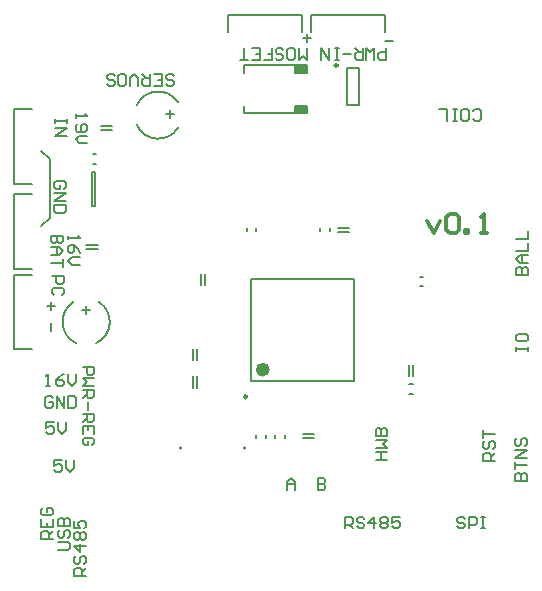
<source format=gto>
G04 Layer_Color=65535*
%FSLAX24Y24*%
%MOIN*%
G70*
G01*
G75*
%ADD26C,0.0118*%
%ADD29C,0.0236*%
%ADD49C,0.0098*%
%ADD50C,0.0079*%
%ADD51C,0.0050*%
G36*
X9958Y16208D02*
X9558D01*
Y16458D01*
X9958D01*
Y16208D01*
D02*
G37*
G36*
Y17558D02*
X9558D01*
Y17808D01*
X9958D01*
Y17558D01*
D02*
G37*
D26*
X13976Y12625D02*
X14186Y12205D01*
X14396Y12625D01*
X14606Y12729D02*
X14711Y12834D01*
X14921D01*
X15026Y12729D01*
Y12310D01*
X14921Y12205D01*
X14711D01*
X14606Y12310D01*
Y12729D01*
X15236Y12205D02*
Y12310D01*
X15341D01*
Y12205D01*
X15236D01*
X15761D02*
X15970D01*
X15866D01*
Y12834D01*
X15761Y12729D01*
D29*
X8602Y7657D02*
G03*
X8602Y7657I-118J0D01*
G01*
D49*
X10984Y17795D02*
G03*
X10984Y17795I-49J0D01*
G01*
X7953Y6752D02*
G03*
X7953Y6752I-49J0D01*
G01*
D50*
X7913Y5039D02*
G03*
X7913Y5039I-39J0D01*
G01*
X5787D02*
G03*
X5787Y5039I-39J0D01*
G01*
X5664Y16565D02*
G03*
X4284Y16469I-664J-423D01*
G01*
Y15814D02*
G03*
X5664Y15718I716J327D01*
G01*
X2175Y9916D02*
G03*
X2271Y8536I423J-664D01*
G01*
X2926D02*
G03*
X3022Y9916I-327J716D01*
G01*
X9803Y18898D02*
Y19488D01*
X7323D02*
X9803D01*
X7323Y18898D02*
Y19488D01*
X12559Y18898D02*
Y19488D01*
X10079D02*
X12559D01*
X10079Y18898D02*
Y19488D01*
X197Y16339D02*
X787D01*
X197Y13858D02*
Y16339D01*
Y13858D02*
X787D01*
X197Y13504D02*
X787D01*
X197Y11024D02*
Y13504D01*
Y11024D02*
X787D01*
X197Y8346D02*
X787D01*
X197D02*
Y10827D01*
X787D01*
X1102Y12441D02*
X1378Y12717D01*
Y14685D01*
X1102Y14961D02*
X1378Y14685D01*
X11693Y16476D02*
Y17697D01*
X11299Y16476D02*
Y17697D01*
Y16476D02*
X11693D01*
X11299Y17697D02*
X11693D01*
X8091Y7264D02*
X11516D01*
Y10689D01*
X8091Y7264D02*
Y10689D01*
X11516D01*
X2880Y13120D02*
Y14242D01*
X2781Y13120D02*
X2880D01*
X2781Y14242D02*
X2880D01*
X2781Y13120D02*
Y14242D01*
X10315Y4055D02*
Y3661D01*
X10512D01*
X10577Y3727D01*
Y3793D01*
X10512Y3858D01*
X10315D01*
X10512D01*
X10577Y3924D01*
Y3989D01*
X10512Y4055D01*
X10315D01*
X9291Y3661D02*
Y3924D01*
X9423Y4055D01*
X9554Y3924D01*
Y3661D01*
Y3858D01*
X9291D01*
X1798Y4646D02*
X1535D01*
Y4449D01*
X1667Y4514D01*
X1732D01*
X1798Y4449D01*
Y4318D01*
X1732Y4252D01*
X1601D01*
X1535Y4318D01*
X1929Y4646D02*
Y4383D01*
X2060Y4252D01*
X2191Y4383D01*
Y4646D01*
X2598Y787D02*
X2205D01*
Y984D01*
X2270Y1050D01*
X2402D01*
X2467Y984D01*
Y787D01*
Y919D02*
X2598Y1050D01*
X2270Y1443D02*
X2205Y1378D01*
Y1247D01*
X2270Y1181D01*
X2336D01*
X2402Y1247D01*
Y1378D01*
X2467Y1443D01*
X2533D01*
X2598Y1378D01*
Y1247D01*
X2533Y1181D01*
X2598Y1771D02*
X2205D01*
X2402Y1575D01*
Y1837D01*
X2270Y1968D02*
X2205Y2034D01*
Y2165D01*
X2270Y2231D01*
X2336D01*
X2402Y2165D01*
X2467Y2231D01*
X2533D01*
X2598Y2165D01*
Y2034D01*
X2533Y1968D01*
X2467D01*
X2402Y2034D01*
X2336Y1968D01*
X2270D01*
X2402Y2034D02*
Y2165D01*
X2205Y2624D02*
Y2362D01*
X2402D01*
X2336Y2493D01*
Y2558D01*
X2402Y2624D01*
X2533D01*
X2598Y2558D01*
Y2427D01*
X2533Y2362D01*
X1654Y1654D02*
X1982D01*
X2047Y1719D01*
Y1850D01*
X1982Y1916D01*
X1654D01*
X1719Y2309D02*
X1654Y2244D01*
Y2113D01*
X1719Y2047D01*
X1785D01*
X1850Y2113D01*
Y2244D01*
X1916Y2309D01*
X1982D01*
X2047Y2244D01*
Y2113D01*
X1982Y2047D01*
X1654Y2441D02*
X2047D01*
Y2637D01*
X1982Y2703D01*
X1916D01*
X1850Y2637D01*
Y2441D01*
Y2637D01*
X1785Y2703D01*
X1719D01*
X1654Y2637D01*
Y2441D01*
X1496Y2008D02*
X1102D01*
Y2205D01*
X1168Y2270D01*
X1299D01*
X1365Y2205D01*
Y2008D01*
Y2139D02*
X1496Y2270D01*
X1102Y2664D02*
Y2401D01*
X1496D01*
Y2664D01*
X1299Y2401D02*
Y2533D01*
X1168Y3057D02*
X1102Y2992D01*
Y2861D01*
X1168Y2795D01*
X1430D01*
X1496Y2861D01*
Y2992D01*
X1430Y3057D01*
X1299D01*
Y2926D01*
X16220Y4606D02*
X15827D01*
Y4803D01*
X15892Y4869D01*
X16024D01*
X16089Y4803D01*
Y4606D01*
Y4737D02*
X16220Y4869D01*
X15892Y5262D02*
X15827Y5197D01*
Y5065D01*
X15892Y5000D01*
X15958D01*
X16024Y5065D01*
Y5197D01*
X16089Y5262D01*
X16155D01*
X16220Y5197D01*
Y5065D01*
X16155Y5000D01*
X15827Y5393D02*
Y5656D01*
Y5525D01*
X16220D01*
X12244Y4646D02*
X12638D01*
X12441D01*
Y4908D01*
X12244D01*
X12638D01*
X12244Y5039D02*
X12638D01*
X12507Y5170D01*
X12638Y5302D01*
X12244D01*
Y5433D02*
X12638D01*
Y5630D01*
X12572Y5695D01*
X12507D01*
X12441Y5630D01*
Y5433D01*
Y5630D01*
X12375Y5695D01*
X12310D01*
X12244Y5630D01*
Y5433D01*
X12598Y18386D02*
Y17992D01*
X12402D01*
X12336Y18058D01*
Y18189D01*
X12402Y18255D01*
X12598D01*
X12205Y17992D02*
Y18386D01*
X12074Y18255D01*
X11942Y18386D01*
Y17992D01*
X11811Y18386D02*
Y17992D01*
X11614D01*
X11549Y18058D01*
Y18189D01*
X11614Y18255D01*
X11811D01*
X11680D02*
X11549Y18386D01*
X11418Y18189D02*
X11155D01*
X11024Y17992D02*
X10893D01*
X10959D01*
Y18386D01*
X11024D01*
X10893D01*
X10696D02*
Y17992D01*
X10434Y18386D01*
Y17992D01*
X1417Y9921D02*
Y9659D01*
X1548Y9790D02*
X1286D01*
X1417Y9213D02*
Y8950D01*
X1260Y7126D02*
X1391D01*
X1325D01*
Y7520D01*
X1260Y7454D01*
X1850Y7520D02*
X1719Y7454D01*
X1588Y7323D01*
Y7192D01*
X1653Y7126D01*
X1785D01*
X1850Y7192D01*
Y7257D01*
X1785Y7323D01*
X1588D01*
X1981Y7520D02*
Y7257D01*
X2113Y7126D01*
X2244Y7257D01*
Y7520D01*
X1522Y5905D02*
X1260D01*
Y5709D01*
X1391Y5774D01*
X1457D01*
X1522Y5709D01*
Y5577D01*
X1457Y5512D01*
X1325D01*
X1260Y5577D01*
X1653Y5905D02*
Y5643D01*
X1785Y5512D01*
X1916Y5643D01*
Y5905D01*
X1483Y6706D02*
X1417Y6772D01*
X1286D01*
X1220Y6706D01*
Y6444D01*
X1286Y6378D01*
X1417D01*
X1483Y6444D01*
Y6575D01*
X1352D01*
X1614Y6378D02*
Y6772D01*
X1876Y6378D01*
Y6772D01*
X2008D02*
Y6378D01*
X2204D01*
X2270Y6444D01*
Y6706D01*
X2204Y6772D01*
X2008D01*
X2480Y7756D02*
X2874D01*
Y7559D01*
X2808Y7494D01*
X2677D01*
X2612Y7559D01*
Y7756D01*
X2874Y7362D02*
X2480D01*
X2612Y7231D01*
X2480Y7100D01*
X2874D01*
X2480Y6969D02*
X2874D01*
Y6772D01*
X2808Y6706D01*
X2677D01*
X2612Y6772D01*
Y6969D01*
Y6838D02*
X2480Y6706D01*
X2677Y6575D02*
Y6313D01*
X2480Y6182D02*
X2874D01*
Y5985D01*
X2808Y5919D01*
X2677D01*
X2612Y5985D01*
Y6182D01*
Y6050D02*
X2480Y5919D01*
X2874Y5526D02*
Y5788D01*
X2480D01*
Y5526D01*
X2677Y5788D02*
Y5657D01*
X2808Y5132D02*
X2874Y5198D01*
Y5329D01*
X2808Y5394D01*
X2546D01*
X2480Y5329D01*
Y5198D01*
X2546Y5132D01*
X2677D01*
Y5263D01*
X1968Y16024D02*
Y15892D01*
Y15958D01*
X1575D01*
Y16024D01*
Y15892D01*
Y15696D02*
X1968D01*
X1575Y15433D01*
X1968D01*
X5394Y16299D02*
Y16037D01*
X5525Y16168D02*
X5262D01*
X2598Y9764D02*
Y9501D01*
X2730Y9633D02*
X2467D01*
X1457Y10787D02*
X1850D01*
Y10591D01*
X1785Y10525D01*
X1653D01*
X1588Y10591D01*
Y10787D01*
X1785Y10131D02*
X1850Y10197D01*
Y10328D01*
X1785Y10394D01*
X1522D01*
X1457Y10328D01*
Y10197D01*
X1522Y10131D01*
X1811Y12126D02*
X1417D01*
Y11929D01*
X1483Y11864D01*
X1549D01*
X1614Y11929D01*
Y12126D01*
Y11929D01*
X1680Y11864D01*
X1745D01*
X1811Y11929D01*
Y12126D01*
X1417Y11732D02*
X1680D01*
X1811Y11601D01*
X1680Y11470D01*
X1417D01*
X1614D01*
Y11732D01*
X1811Y11339D02*
Y11076D01*
Y11208D01*
X1417D01*
X2008Y12126D02*
Y11995D01*
Y12060D01*
X2401D01*
X2336Y12126D01*
X2401Y11536D02*
X2336Y11667D01*
X2205Y11798D01*
X2073D01*
X2008Y11732D01*
Y11601D01*
X2073Y11536D01*
X2139D01*
X2205Y11601D01*
Y11798D01*
X2401Y11404D02*
X2139D01*
X2008Y11273D01*
X2139Y11142D01*
X2401D01*
X1863Y13675D02*
X1929Y13740D01*
Y13871D01*
X1863Y13937D01*
X1601D01*
X1535Y13871D01*
Y13740D01*
X1601Y13675D01*
X1732D01*
Y13806D01*
X1535Y13543D02*
X1929D01*
X1535Y13281D01*
X1929D01*
Y13150D02*
X1535D01*
Y12953D01*
X1601Y12887D01*
X1863D01*
X1929Y12953D01*
Y13150D01*
X2244Y16181D02*
Y16050D01*
Y16116D01*
X2638D01*
X2572Y16181D01*
X2310Y15853D02*
X2244Y15788D01*
Y15656D01*
X2310Y15591D01*
X2572D01*
X2638Y15656D01*
Y15788D01*
X2572Y15853D01*
X2506D01*
X2441Y15788D01*
Y15591D01*
X2638Y15460D02*
X2375D01*
X2244Y15328D01*
X2375Y15197D01*
X2638D01*
X5249Y17192D02*
X5315Y17126D01*
X5446D01*
X5512Y17192D01*
Y17257D01*
X5446Y17323D01*
X5315D01*
X5249Y17388D01*
Y17454D01*
X5315Y17520D01*
X5446D01*
X5512Y17454D01*
X4856Y17126D02*
X5118D01*
Y17520D01*
X4856D01*
X5118Y17323D02*
X4987D01*
X4725Y17520D02*
Y17126D01*
X4528D01*
X4462Y17192D01*
Y17323D01*
X4528Y17388D01*
X4725D01*
X4593D02*
X4462Y17520D01*
X4331Y17126D02*
Y17388D01*
X4200Y17520D01*
X4069Y17388D01*
Y17126D01*
X3741D02*
X3872D01*
X3938Y17192D01*
Y17454D01*
X3872Y17520D01*
X3741D01*
X3675Y17454D01*
Y17192D01*
X3741Y17126D01*
X3282Y17192D02*
X3347Y17126D01*
X3478D01*
X3544Y17192D01*
Y17257D01*
X3478Y17323D01*
X3347D01*
X3282Y17388D01*
Y17454D01*
X3347Y17520D01*
X3478D01*
X3544Y17454D01*
X12835Y18622D02*
X12572D01*
X10079Y18701D02*
X9816D01*
X9948Y18570D02*
Y18832D01*
X9961Y18386D02*
Y17992D01*
X9829Y18123D01*
X9698Y17992D01*
Y18386D01*
X9370Y17992D02*
X9501D01*
X9567Y18058D01*
Y18320D01*
X9501Y18386D01*
X9370D01*
X9305Y18320D01*
Y18058D01*
X9370Y17992D01*
X8911Y18058D02*
X8977Y17992D01*
X9108D01*
X9173Y18058D01*
Y18123D01*
X9108Y18189D01*
X8977D01*
X8911Y18255D01*
Y18320D01*
X8977Y18386D01*
X9108D01*
X9173Y18320D01*
X8518Y17992D02*
X8780D01*
Y18189D01*
X8649D01*
X8780D01*
Y18386D01*
X8124Y17992D02*
X8386D01*
Y18386D01*
X8124D01*
X8386Y18189D02*
X8255D01*
X7993Y17992D02*
X7730D01*
X7862D01*
Y18386D01*
X15486Y16011D02*
X15551Y15945D01*
X15682D01*
X15748Y16011D01*
Y16273D01*
X15682Y16339D01*
X15551D01*
X15486Y16273D01*
X15158Y15945D02*
X15289D01*
X15354Y16011D01*
Y16273D01*
X15289Y16339D01*
X15158D01*
X15092Y16273D01*
Y16011D01*
X15158Y15945D01*
X14961D02*
X14830D01*
X14895D01*
Y16339D01*
X14961D01*
X14830D01*
X14633Y15945D02*
Y16339D01*
X14371D01*
X16929Y10827D02*
X17323D01*
Y11024D01*
X17257Y11089D01*
X17192D01*
X17126Y11024D01*
Y10827D01*
Y11024D01*
X17060Y11089D01*
X16995D01*
X16929Y11024D01*
Y10827D01*
X17323Y11220D02*
X17060D01*
X16929Y11352D01*
X17060Y11483D01*
X17323D01*
X17126D01*
Y11220D01*
X16929Y11614D02*
X17323D01*
Y11876D01*
X16929Y12007D02*
X17323D01*
Y12270D01*
X16929Y8268D02*
Y8399D01*
Y8333D01*
X17323D01*
Y8268D01*
Y8399D01*
X16929Y8792D02*
Y8661D01*
X16995Y8596D01*
X17257D01*
X17323Y8661D01*
Y8792D01*
X17257Y8858D01*
X16995D01*
X16929Y8792D01*
X16890Y3937D02*
X17283D01*
Y4134D01*
X17218Y4199D01*
X17152D01*
X17087Y4134D01*
Y3937D01*
Y4134D01*
X17021Y4199D01*
X16955D01*
X16890Y4134D01*
Y3937D01*
Y4331D02*
Y4593D01*
Y4462D01*
X17283D01*
Y4724D02*
X16890D01*
X17283Y4987D01*
X16890D01*
X16955Y5380D02*
X16890Y5315D01*
Y5183D01*
X16955Y5118D01*
X17021D01*
X17087Y5183D01*
Y5315D01*
X17152Y5380D01*
X17218D01*
X17283Y5315D01*
Y5183D01*
X17218Y5118D01*
X15223Y2690D02*
X15157Y2756D01*
X15026D01*
X14961Y2690D01*
Y2625D01*
X15026Y2559D01*
X15157D01*
X15223Y2493D01*
Y2428D01*
X15157Y2362D01*
X15026D01*
X14961Y2428D01*
X15354Y2362D02*
Y2756D01*
X15551D01*
X15617Y2690D01*
Y2559D01*
X15551Y2493D01*
X15354D01*
X15748Y2756D02*
X15879D01*
X15813D01*
Y2362D01*
X15748D01*
X15879D01*
X11220D02*
Y2756D01*
X11417D01*
X11483Y2690D01*
Y2559D01*
X11417Y2493D01*
X11220D01*
X11352D02*
X11483Y2362D01*
X11876Y2690D02*
X11811Y2756D01*
X11680D01*
X11614Y2690D01*
Y2625D01*
X11680Y2559D01*
X11811D01*
X11876Y2493D01*
Y2428D01*
X11811Y2362D01*
X11680D01*
X11614Y2428D01*
X12204Y2362D02*
Y2756D01*
X12008Y2559D01*
X12270D01*
X12401Y2690D02*
X12467Y2756D01*
X12598D01*
X12664Y2690D01*
Y2625D01*
X12598Y2559D01*
X12664Y2493D01*
Y2428D01*
X12598Y2362D01*
X12467D01*
X12401Y2428D01*
Y2493D01*
X12467Y2559D01*
X12401Y2625D01*
Y2690D01*
X12467Y2559D02*
X12598D01*
X13057Y2756D02*
X12795D01*
Y2559D01*
X12926Y2625D01*
X12992D01*
X13057Y2559D01*
Y2428D01*
X12992Y2362D01*
X12860D01*
X12795Y2428D01*
D51*
X7858Y17808D02*
X9558D01*
X7858Y17558D02*
Y17808D01*
X9558D02*
X9958D01*
X9558Y17558D02*
X9958D01*
X9558D02*
Y17808D01*
X9958Y17558D02*
Y17808D01*
X7858Y16208D02*
Y16458D01*
Y16208D02*
X9558D01*
Y16458D02*
X9958D01*
X9558Y16208D02*
Y16458D01*
X9958Y16208D02*
Y16458D01*
X9558Y16208D02*
X9958D01*
X10391Y12263D02*
Y12383D01*
X10711Y12263D02*
Y12383D01*
X13720Y10431D02*
X13840D01*
X13720Y10751D02*
X13840D01*
X13355Y7450D02*
Y7825D01*
X13495Y7450D02*
Y7825D01*
X10994Y12393D02*
X11369D01*
X10994Y12253D02*
X11369D01*
X6426Y10482D02*
Y10857D01*
X6566Y10482D02*
Y10857D01*
X6290Y7057D02*
Y7432D01*
X6150Y7057D02*
Y7432D01*
X6290Y7965D02*
Y8339D01*
X6150Y7965D02*
Y8339D01*
X9813Y5503D02*
X10187D01*
X9813Y5363D02*
X10187D01*
X3080Y15639D02*
X3455D01*
X3080Y15779D02*
X3455D01*
X2608Y11802D02*
X2983D01*
X2608Y11662D02*
X2983D01*
X8585Y5373D02*
Y5493D01*
X8265Y5373D02*
Y5493D01*
X9215Y5373D02*
Y5493D01*
X8895Y5373D02*
Y5493D01*
X13365Y6848D02*
X13485D01*
X13365Y7168D02*
X13485D01*
X8270Y12263D02*
Y12383D01*
X7950Y12263D02*
Y12383D01*
X2814Y14845D02*
X2934D01*
X2814Y14525D02*
X2934D01*
M02*

</source>
